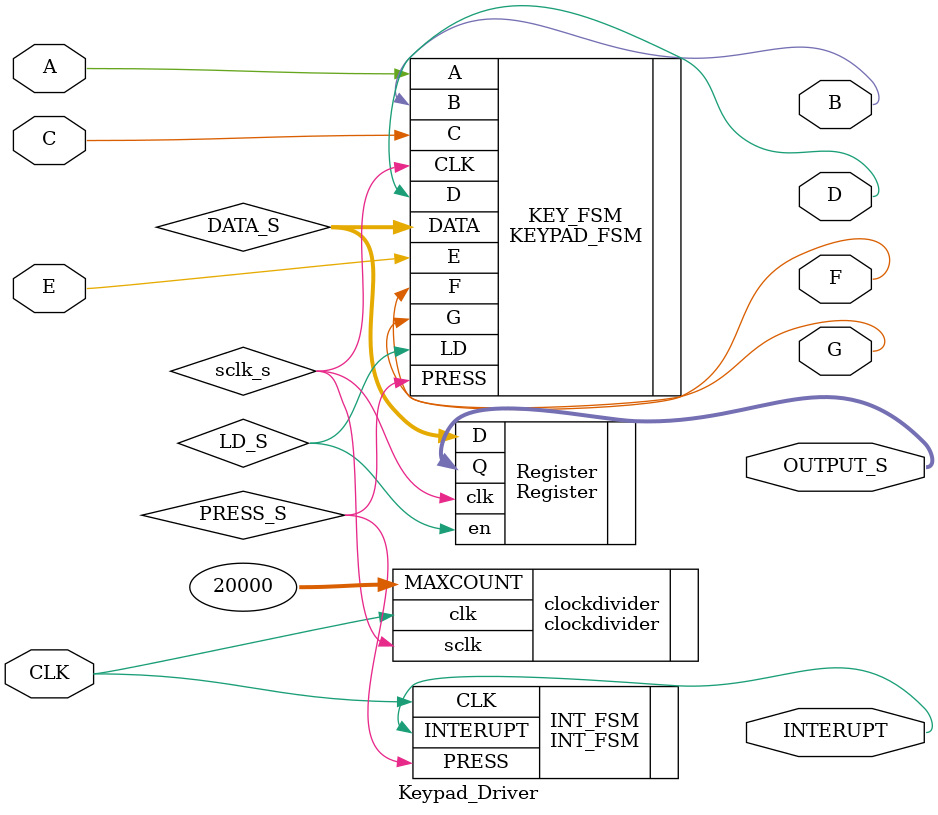
<source format=sv>
`timescale 1ns / 1ps


module Keypad_Driver(
    input   CLK, C, A, E,
    //input   [15:0] MAXCOUNT_S,
    output  B, G, F, D, INTERUPT,
    output  [3:0] OUTPUT_S
    );
    
    //outputs of clockdivider
    logic   sclk_s;
    
    //outputs of KEY_FSM
    logic [3:0] DATA_S;
    logic PRESS_S;
    logic LD_S;
    
    //assign MAXCOUNT_S=2272727;
    
    clockdivider    clockdivider(.clk(CLK), .MAXCOUNT(20000), .sclk(sclk_s));
    
    KEYPAD_FSM     KEY_FSM(.CLK(sclk_s), .C(C), .A(A), .E(E),   //INPUTS
                        .DATA(DATA_S), .PRESS(PRESS_S), .B(B), .G(G), .F(F), .D(D), .LD(LD_S)); //OUTPUTS
                        
    INT_FSM     INT_FSM(.CLK(CLK), .PRESS(PRESS_S), .INTERUPT(INTERUPT));
    
    Register   Register(.clk(sclk_s), .en(LD_S), .D(DATA_S), .Q(OUTPUT_S));
    
    
endmodule

</source>
